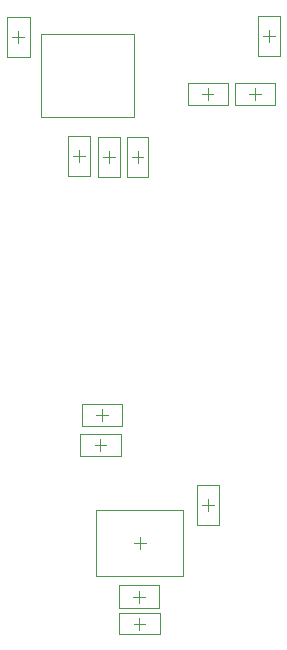
<source format=gbr>
%TF.GenerationSoftware,Altium Limited,Altium Designer,19.1.8 (144)*%
G04 Layer_Color=32768*
%FSLAX26Y26*%
%MOIN*%
%TF.FileFunction,Other,Mechanical_15*%
%TF.Part,Single*%
G01*
G75*
%TA.AperFunction,NonConductor*%
%ADD46C,0.003937*%
%ADD59C,0.001968*%
D46*
X2054449Y660315D02*
Y699685D01*
X2034764Y680000D02*
X2074134D01*
X1725984Y2374764D02*
X2037008D01*
Y2099173D02*
Y2374764D01*
X1725984Y2099173D02*
X2037008D01*
X1725984D02*
Y2374764D01*
X1952165Y1946732D02*
Y1986102D01*
X1932480Y1966417D02*
X1971851D01*
X1852165Y1948898D02*
Y1988268D01*
X1832480Y1968583D02*
X1871850D01*
X2047165Y1945315D02*
Y1984685D01*
X2027480Y1965000D02*
X2066850D01*
X2418898Y2175000D02*
X2458268D01*
X2438583Y2155315D02*
Y2194685D01*
X2261063Y2175000D02*
X2300433D01*
X2280748Y2155315D02*
Y2194685D01*
X2485000Y2348898D02*
Y2388268D01*
X2465315Y2368583D02*
X2504685D01*
X1650000Y2346732D02*
Y2386102D01*
X1630315Y2366417D02*
X1669685D01*
X1908898Y1105000D02*
X1948268D01*
X1928583Y1085315D02*
Y1124685D01*
X1903898Y1005000D02*
X1943268D01*
X1923583Y985315D02*
Y1024685D01*
X2282165Y785315D02*
Y824685D01*
X2262480Y805000D02*
X2301851D01*
X2032480Y500000D02*
X2071850D01*
X2052165Y480315D02*
Y519685D01*
X2033898Y410000D02*
X2073268D01*
X2053583Y390315D02*
Y429685D01*
D59*
X1908780Y790236D02*
X2200118D01*
X1908780Y569764D02*
X2200118D01*
X1908780D02*
Y790236D01*
X2200118Y569764D02*
Y790236D01*
X1914764Y2033346D02*
X1989567D01*
X1914764Y1899488D02*
X1989567D01*
Y2033346D01*
X1914764Y1899488D02*
Y2033346D01*
X1816732Y1901654D02*
X1887598D01*
X1816732Y2035512D02*
X1887598D01*
X1816732Y1901654D02*
Y2035512D01*
X1887598Y1901654D02*
Y2035512D01*
X2011732Y1898071D02*
X2082598D01*
X2011732Y2031929D02*
X2082598D01*
X2011732Y1898071D02*
Y2031929D01*
X2082598Y1898071D02*
Y2031929D01*
X2505512Y2139567D02*
Y2210433D01*
X2371653Y2139567D02*
Y2210433D01*
Y2139567D02*
X2505512D01*
X2371653Y2210433D02*
X2505512D01*
X2213819Y2137599D02*
Y2212402D01*
X2347677Y2137599D02*
Y2212402D01*
X2213819D02*
X2347677D01*
X2213819Y2137599D02*
X2347677D01*
X2447598Y2301654D02*
X2522401D01*
X2447598Y2435512D02*
X2522401D01*
X2447598Y2301654D02*
Y2435512D01*
X2522401Y2301654D02*
Y2435512D01*
X1612599Y2433346D02*
X1687402D01*
X1612599Y2299488D02*
X1687402D01*
Y2433346D01*
X1612599Y2299488D02*
Y2433346D01*
X1995512Y1067598D02*
Y1142401D01*
X1861653Y1067598D02*
Y1142401D01*
Y1067598D02*
X1995512D01*
X1861653Y1142401D02*
X1995512D01*
X1990512Y967598D02*
Y1042401D01*
X1856653Y967598D02*
Y1042401D01*
Y967598D02*
X1990512D01*
X1856653Y1042401D02*
X1990512D01*
X2246732Y871929D02*
X2317599D01*
X2246732Y738071D02*
X2317599D01*
Y871929D01*
X2246732Y738071D02*
Y871929D01*
X2119095Y462598D02*
Y537402D01*
X1985236Y462598D02*
Y537402D01*
Y462598D02*
X2119095D01*
X1985236Y537402D02*
X2119095D01*
X2120512Y374567D02*
Y445433D01*
X1986653Y374567D02*
Y445433D01*
Y374567D02*
X2120512D01*
X1986653Y445433D02*
X2120512D01*
%TF.MD5,ee38f5112fa06f1dc101a6f5b8bd99d9*%
M02*

</source>
